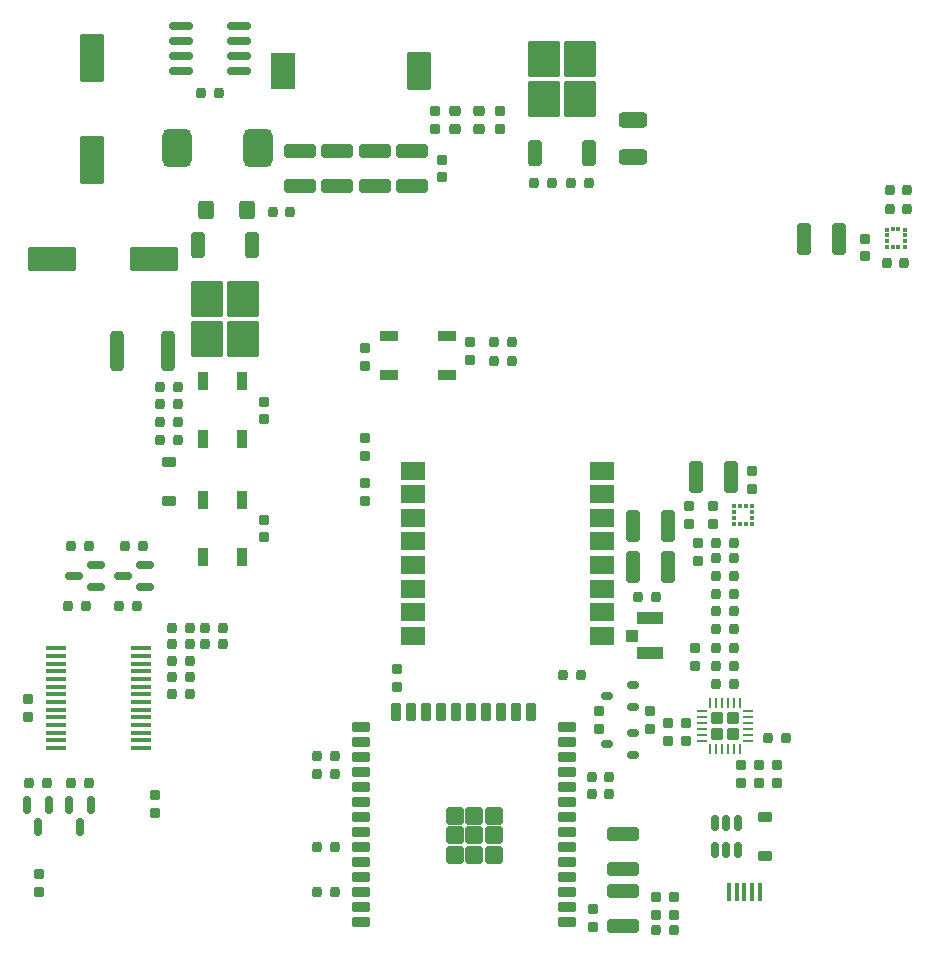
<source format=gbr>
%TF.GenerationSoftware,KiCad,Pcbnew,7.0.6*%
%TF.CreationDate,2023-08-13T13:48:50+02:00*%
%TF.ProjectId,Nice-Buoy-V1_0,4e696365-2d42-4756-9f79-2d56315f302e,rev?*%
%TF.SameCoordinates,Original*%
%TF.FileFunction,Paste,Top*%
%TF.FilePolarity,Positive*%
%FSLAX46Y46*%
G04 Gerber Fmt 4.6, Leading zero omitted, Abs format (unit mm)*
G04 Created by KiCad (PCBNEW 7.0.6) date 2023-08-13 13:48:50*
%MOMM*%
%LPD*%
G01*
G04 APERTURE LIST*
G04 Aperture macros list*
%AMRoundRect*
0 Rectangle with rounded corners*
0 $1 Rounding radius*
0 $2 $3 $4 $5 $6 $7 $8 $9 X,Y pos of 4 corners*
0 Add a 4 corners polygon primitive as box body*
4,1,4,$2,$3,$4,$5,$6,$7,$8,$9,$2,$3,0*
0 Add four circle primitives for the rounded corners*
1,1,$1+$1,$2,$3*
1,1,$1+$1,$4,$5*
1,1,$1+$1,$6,$7*
1,1,$1+$1,$8,$9*
0 Add four rect primitives between the rounded corners*
20,1,$1+$1,$2,$3,$4,$5,0*
20,1,$1+$1,$4,$5,$6,$7,0*
20,1,$1+$1,$6,$7,$8,$9,0*
20,1,$1+$1,$8,$9,$2,$3,0*%
G04 Aperture macros list end*
%ADD10RoundRect,0.200000X-0.200000X-0.250000X0.200000X-0.250000X0.200000X0.250000X-0.200000X0.250000X0*%
%ADD11RoundRect,0.200000X-0.250000X0.200000X-0.250000X-0.200000X0.250000X-0.200000X0.250000X0.200000X0*%
%ADD12RoundRect,0.200000X0.200000X0.250000X-0.200000X0.250000X-0.200000X-0.250000X0.200000X-0.250000X0*%
%ADD13RoundRect,0.225000X-0.375000X0.225000X-0.375000X-0.225000X0.375000X-0.225000X0.375000X0.225000X0*%
%ADD14RoundRect,0.250000X1.800000X0.800000X-1.800000X0.800000X-1.800000X-0.800000X1.800000X-0.800000X0*%
%ADD15RoundRect,0.200000X0.250000X-0.200000X0.250000X0.200000X-0.250000X0.200000X-0.250000X-0.200000X0*%
%ADD16RoundRect,0.250000X-0.325000X-1.100000X0.325000X-1.100000X0.325000X1.100000X-0.325000X1.100000X0*%
%ADD17R,0.900000X1.500000*%
%ADD18RoundRect,0.250000X0.800000X-1.800000X0.800000X1.800000X-0.800000X1.800000X-0.800000X-1.800000X0*%
%ADD19R,2.000000X1.500000*%
%ADD20RoundRect,0.210000X-0.840000X-1.340000X0.840000X-1.340000X0.840000X1.340000X-0.840000X1.340000X0*%
%ADD21RoundRect,0.210000X-0.840000X-1.390000X0.840000X-1.390000X0.840000X1.390000X-0.840000X1.390000X0*%
%ADD22RoundRect,0.150000X0.587500X0.150000X-0.587500X0.150000X-0.587500X-0.150000X0.587500X-0.150000X0*%
%ADD23RoundRect,0.150000X-0.150000X0.512500X-0.150000X-0.512500X0.150000X-0.512500X0.150000X0.512500X0*%
%ADD24RoundRect,0.218750X-0.256250X0.218750X-0.256250X-0.218750X0.256250X-0.218750X0.256250X0.218750X0*%
%ADD25RoundRect,0.250000X-1.100000X0.325000X-1.100000X-0.325000X1.100000X-0.325000X1.100000X0.325000X0*%
%ADD26RoundRect,0.250000X0.350000X-0.850000X0.350000X0.850000X-0.350000X0.850000X-0.350000X-0.850000X0*%
%ADD27RoundRect,0.250000X1.125000X-1.275000X1.125000X1.275000X-1.125000X1.275000X-1.125000X-1.275000X0*%
%ADD28R,1.500000X0.900000*%
%ADD29RoundRect,0.225000X0.375000X-0.225000X0.375000X0.225000X-0.375000X0.225000X-0.375000X-0.225000X0*%
%ADD30RoundRect,0.250000X0.325000X1.100000X-0.325000X1.100000X-0.325000X-1.100000X0.325000X-1.100000X0*%
%ADD31RoundRect,0.250000X-0.350000X0.850000X-0.350000X-0.850000X0.350000X-0.850000X0.350000X0.850000X0*%
%ADD32RoundRect,0.250000X-1.125000X1.275000X-1.125000X-1.275000X1.125000X-1.275000X1.125000X1.275000X0*%
%ADD33RoundRect,0.250000X-0.400000X-0.550000X0.400000X-0.550000X0.400000X0.550000X-0.400000X0.550000X0*%
%ADD34RoundRect,0.250000X0.925000X-0.400000X0.925000X0.400000X-0.925000X0.400000X-0.925000X-0.400000X0*%
%ADD35RoundRect,0.250000X0.275000X-0.275000X0.275000X0.275000X-0.275000X0.275000X-0.275000X-0.275000X0*%
%ADD36RoundRect,0.062500X0.062500X-0.350000X0.062500X0.350000X-0.062500X0.350000X-0.062500X-0.350000X0*%
%ADD37RoundRect,0.062500X0.350000X-0.062500X0.350000X0.062500X-0.350000X0.062500X-0.350000X-0.062500X0*%
%ADD38RoundRect,0.175000X0.325000X0.175000X-0.325000X0.175000X-0.325000X-0.175000X0.325000X-0.175000X0*%
%ADD39RoundRect,0.150000X-0.150000X0.587500X-0.150000X-0.587500X0.150000X-0.587500X0.150000X0.587500X0*%
%ADD40RoundRect,0.625000X0.625000X1.025000X-0.625000X1.025000X-0.625000X-1.025000X0.625000X-1.025000X0*%
%ADD41R,1.750000X0.450000*%
%ADD42R,0.350000X0.375000*%
%ADD43R,0.375000X0.350000*%
%ADD44R,1.050000X1.000000*%
%ADD45R,2.200000X1.050000*%
%ADD46R,0.450000X1.500000*%
%ADD47RoundRect,0.150000X0.825000X0.150000X-0.825000X0.150000X-0.825000X-0.150000X0.825000X-0.150000X0*%
%ADD48RoundRect,0.250000X-0.312500X-1.450000X0.312500X-1.450000X0.312500X1.450000X-0.312500X1.450000X0*%
%ADD49RoundRect,0.250000X1.100000X-0.325000X1.100000X0.325000X-1.100000X0.325000X-1.100000X-0.325000X0*%
%ADD50RoundRect,0.225000X0.525000X0.225000X-0.525000X0.225000X-0.525000X-0.225000X0.525000X-0.225000X0*%
%ADD51RoundRect,0.225000X-0.225000X0.525000X-0.225000X-0.525000X0.225000X-0.525000X0.225000X0.525000X0*%
%ADD52RoundRect,0.099705X0.622795X-0.622795X0.622795X0.622795X-0.622795X0.622795X-0.622795X-0.622795X0*%
G04 APERTURE END LIST*
D10*
%TO.C,R114*%
X126806000Y-90498000D03*
X128306000Y-90498000D03*
%TD*%
%TO.C,R113*%
X126818000Y-81608000D03*
X128318000Y-81608000D03*
%TD*%
D11*
%TO.C,C114*%
X125028000Y-90510000D03*
X125028000Y-92010000D03*
%TD*%
%TO.C,C113*%
X125282000Y-81620000D03*
X125282000Y-83120000D03*
%TD*%
D10*
%TO.C,R120*%
X126818000Y-92022000D03*
X128318000Y-92022000D03*
%TD*%
D12*
%TO.C,R119*%
X128318000Y-85926000D03*
X126818000Y-85926000D03*
%TD*%
D11*
%TO.C,C803*%
X126552000Y-78523000D03*
X126552000Y-80023000D03*
%TD*%
%TO.C,C108*%
X116392000Y-112608000D03*
X116392000Y-114108000D03*
%TD*%
D13*
%TO.C,D101*%
X130970000Y-104850000D03*
X130970000Y-108150000D03*
%TD*%
D14*
%TO.C,C201*%
X79186000Y-57536000D03*
X70586000Y-57536000D03*
%TD*%
D10*
%TO.C,R111*%
X93036000Y-99642000D03*
X94536000Y-99642000D03*
%TD*%
D15*
%TO.C,R104*%
X123250000Y-113092000D03*
X123250000Y-111592000D03*
%TD*%
D10*
%TO.C,R110*%
X93036000Y-111173600D03*
X94536000Y-111173600D03*
%TD*%
%TO.C,C303*%
X141247000Y-57935200D03*
X142747000Y-57935200D03*
%TD*%
D16*
%TO.C,C802*%
X125077000Y-76020000D03*
X128027000Y-76020000D03*
%TD*%
D17*
%TO.C,D103*%
X86660000Y-77940000D03*
X83360000Y-77940000D03*
X83360000Y-82840000D03*
X86660000Y-82840000D03*
%TD*%
D18*
%TO.C,C202*%
X73969000Y-49196000D03*
X73969000Y-40596000D03*
%TD*%
D16*
%TO.C,C602*%
X119743000Y-83640000D03*
X122693000Y-83640000D03*
%TD*%
D10*
%TO.C,R109*%
X93036000Y-107389000D03*
X94536000Y-107389000D03*
%TD*%
%TO.C,R705*%
X80760000Y-91590000D03*
X82260000Y-91590000D03*
%TD*%
D19*
%TO.C,U601*%
X117154000Y-89482000D03*
X117154000Y-87482000D03*
X117154000Y-85482000D03*
X117154000Y-83482000D03*
X117154000Y-81482000D03*
X117154000Y-79482000D03*
X117154000Y-77482000D03*
X117154000Y-75482000D03*
X101154000Y-75482000D03*
X101154000Y-77482000D03*
X101154000Y-79482000D03*
X101154000Y-81482000D03*
X101154000Y-83482000D03*
X101154000Y-85482000D03*
X101154000Y-87482000D03*
X101154000Y-89482000D03*
%TD*%
D10*
%TO.C,R701*%
X80760000Y-90190000D03*
X82260000Y-90190000D03*
%TD*%
%TO.C,R112*%
X93036000Y-101166000D03*
X94536000Y-101166000D03*
%TD*%
D20*
%TO.C,L201*%
X90139000Y-41656000D03*
D21*
X101639000Y-41656000D03*
%TD*%
D15*
%TO.C,C801*%
X129854000Y-77024000D03*
X129854000Y-75524000D03*
%TD*%
D10*
%TO.C,R118*%
X128306000Y-82878000D03*
X126806000Y-82878000D03*
%TD*%
D22*
%TO.C,Q702*%
X74325000Y-85352000D03*
X74325000Y-83452000D03*
X72450000Y-84402000D03*
%TD*%
D11*
%TO.C,R121*%
X97088000Y-65110000D03*
X97088000Y-66610000D03*
%TD*%
D23*
%TO.C,U101*%
X128618000Y-105362500D03*
X127668000Y-105362500D03*
X126718000Y-105362500D03*
X126718000Y-107637500D03*
X127668000Y-107637500D03*
X128618000Y-107637500D03*
%TD*%
D22*
%TO.C,Q703*%
X78467500Y-85352000D03*
X78467500Y-83452000D03*
X76592500Y-84402000D03*
%TD*%
D10*
%TO.C,D702*%
X83560000Y-88790000D03*
X85060000Y-88790000D03*
%TD*%
D24*
%TO.C,D202*%
X104729000Y-45018500D03*
X104729000Y-46593500D03*
%TD*%
D10*
%TO.C,C603*%
X113864000Y-92784000D03*
X115364000Y-92784000D03*
%TD*%
D25*
%TO.C,C208*%
X101089000Y-48436000D03*
X101089000Y-51386000D03*
%TD*%
D12*
%TO.C,C702*%
X121714000Y-86180000D03*
X120214000Y-86180000D03*
%TD*%
D26*
%TO.C,U201*%
X111503000Y-48641000D03*
D27*
X112258000Y-44016000D03*
X115308000Y-44016000D03*
X112258000Y-40666000D03*
X115308000Y-40666000D03*
D26*
X116063000Y-48641000D03*
%TD*%
D15*
%TO.C,R401*%
X97088000Y-74242000D03*
X97088000Y-72742000D03*
%TD*%
D28*
%TO.C,D105*%
X99083000Y-64083000D03*
X99083000Y-67383000D03*
X103983000Y-67383000D03*
X103983000Y-64083000D03*
%TD*%
D11*
%TO.C,C112*%
X88510000Y-79640000D03*
X88510000Y-81140000D03*
%TD*%
D29*
%TO.C,D703*%
X80510000Y-78040000D03*
X80510000Y-74740000D03*
%TD*%
D11*
%TO.C,R711*%
X69510000Y-109640000D03*
X69510000Y-111140000D03*
%TD*%
D12*
%TO.C,R716*%
X81260000Y-71390000D03*
X79760000Y-71390000D03*
%TD*%
D30*
%TO.C,C302*%
X137172800Y-55852400D03*
X134222800Y-55852400D03*
%TD*%
D17*
%TO.C,D104*%
X86660000Y-67940000D03*
X83360000Y-67940000D03*
X83360000Y-72840000D03*
X86660000Y-72840000D03*
%TD*%
D12*
%TO.C,R706*%
X73708000Y-101928000D03*
X72208000Y-101928000D03*
%TD*%
D15*
%TO.C,R203*%
X108479000Y-46556000D03*
X108479000Y-45056000D03*
%TD*%
D16*
%TO.C,C601*%
X119743000Y-80140000D03*
X122693000Y-80140000D03*
%TD*%
D11*
%TO.C,C211*%
X103629000Y-49161000D03*
X103629000Y-50661000D03*
%TD*%
%TO.C,R103*%
X99755000Y-92288000D03*
X99755000Y-93788000D03*
%TD*%
D31*
%TO.C,Q201*%
X87540000Y-56356000D03*
D32*
X86785000Y-60981000D03*
X83735000Y-60981000D03*
X86785000Y-64331000D03*
X83735000Y-64331000D03*
D31*
X82980000Y-56356000D03*
%TD*%
D12*
%TO.C,R115*%
X128306000Y-87414000D03*
X126806000Y-87414000D03*
%TD*%
%TO.C,D102*%
X117760000Y-101390000D03*
X116260000Y-101390000D03*
%TD*%
D33*
%TO.C,D201*%
X83610000Y-53390000D03*
X87110000Y-53390000D03*
%TD*%
D10*
%TO.C,R703*%
X80760000Y-94390000D03*
X82260000Y-94390000D03*
%TD*%
%TO.C,R108*%
X116260000Y-102890000D03*
X117760000Y-102890000D03*
%TD*%
D12*
%TO.C,C205*%
X116063000Y-51181000D03*
X114563000Y-51181000D03*
%TD*%
D25*
%TO.C,C207*%
X91564000Y-48436000D03*
X91564000Y-51386000D03*
%TD*%
D12*
%TO.C,R714*%
X81260000Y-69890000D03*
X79760000Y-69890000D03*
%TD*%
D34*
%TO.C,C206*%
X119758000Y-48921000D03*
X119758000Y-45821000D03*
%TD*%
D12*
%TO.C,R713*%
X78280000Y-81862000D03*
X76780000Y-81862000D03*
%TD*%
D11*
%TO.C,C304*%
X139408000Y-55841200D03*
X139408000Y-57341200D03*
%TD*%
D35*
%TO.C,U102*%
X126906000Y-97752000D03*
X128206000Y-97752000D03*
X126906000Y-96452000D03*
X128206000Y-96452000D03*
D36*
X126306000Y-99039500D03*
X126806000Y-99039500D03*
X127306000Y-99039500D03*
X127806000Y-99039500D03*
X128306000Y-99039500D03*
X128806000Y-99039500D03*
D37*
X129493500Y-98352000D03*
X129493500Y-97852000D03*
X129493500Y-97352000D03*
X129493500Y-96852000D03*
X129493500Y-96352000D03*
X129493500Y-95852000D03*
D36*
X128806000Y-95164500D03*
X128306000Y-95164500D03*
X127806000Y-95164500D03*
X127306000Y-95164500D03*
X126806000Y-95164500D03*
X126306000Y-95164500D03*
D37*
X125618500Y-95852000D03*
X125618500Y-96352000D03*
X125618500Y-96852000D03*
X125618500Y-97352000D03*
X125618500Y-97852000D03*
X125618500Y-98352000D03*
%TD*%
D10*
%TO.C,R710*%
X68652000Y-101928000D03*
X70152000Y-101928000D03*
%TD*%
D24*
%TO.C,D203*%
X106729000Y-45018500D03*
X106729000Y-46593500D03*
%TD*%
D38*
%TO.C,Q102*%
X119778000Y-99576000D03*
X119778000Y-97676000D03*
X117578000Y-98626000D03*
%TD*%
D12*
%TO.C,R201*%
X90760000Y-53556000D03*
X89260000Y-53556000D03*
%TD*%
D39*
%TO.C,Q701*%
X73908000Y-103784500D03*
X72008000Y-103784500D03*
X72958000Y-105659500D03*
%TD*%
D15*
%TO.C,C102*%
X128938000Y-101916000D03*
X128938000Y-100416000D03*
%TD*%
D11*
%TO.C,R402*%
X97088000Y-76540000D03*
X97088000Y-78040000D03*
%TD*%
D10*
%TO.C,R116*%
X126806000Y-88938000D03*
X128306000Y-88938000D03*
%TD*%
%TO.C,R707*%
X71966000Y-86942000D03*
X73466000Y-86942000D03*
%TD*%
D40*
%TO.C,D204*%
X87979000Y-48196000D03*
X81179000Y-48196000D03*
%TD*%
D10*
%TO.C,R702*%
X80760000Y-88790000D03*
X82260000Y-88790000D03*
%TD*%
D41*
%TO.C,U701*%
X70910000Y-90540000D03*
X70910000Y-91190000D03*
X70910000Y-91840000D03*
X70910000Y-92490000D03*
X70910000Y-93140000D03*
X70910000Y-93790000D03*
X70910000Y-94440000D03*
X70910000Y-95090000D03*
X70910000Y-95740000D03*
X70910000Y-96390000D03*
X70910000Y-97040000D03*
X70910000Y-97690000D03*
X70910000Y-98340000D03*
X70910000Y-98990000D03*
X78110000Y-98990000D03*
X78110000Y-98340000D03*
X78110000Y-97690000D03*
X78110000Y-97040000D03*
X78110000Y-96390000D03*
X78110000Y-95740000D03*
X78110000Y-95090000D03*
X78110000Y-94440000D03*
X78110000Y-93790000D03*
X78110000Y-93140000D03*
X78110000Y-92490000D03*
X78110000Y-91840000D03*
X78110000Y-91190000D03*
X78110000Y-90540000D03*
%TD*%
D25*
%TO.C,C209*%
X97914000Y-48436000D03*
X97914000Y-51386000D03*
%TD*%
D12*
%TO.C,C502*%
X109510000Y-66233500D03*
X108010000Y-66233500D03*
%TD*%
D42*
%TO.C,U801*%
X128842000Y-78510500D03*
X129342000Y-78510500D03*
D43*
X129854500Y-78523000D03*
X129854500Y-79023000D03*
X129854500Y-79523000D03*
X129854500Y-80023000D03*
D42*
X129342000Y-80035500D03*
X128842000Y-80035500D03*
D43*
X128329500Y-80023000D03*
X128329500Y-79523000D03*
X128329500Y-79023000D03*
X128329500Y-78523000D03*
%TD*%
D12*
%TO.C,R117*%
X128306000Y-84402000D03*
X126806000Y-84402000D03*
%TD*%
D11*
%TO.C,C701*%
X68510000Y-94840000D03*
X68510000Y-96340000D03*
%TD*%
D10*
%TO.C,C301*%
X141489000Y-53312400D03*
X142989000Y-53312400D03*
%TD*%
D11*
%TO.C,R101*%
X116900000Y-95844000D03*
X116900000Y-97344000D03*
%TD*%
D38*
%TO.C,Q101*%
X119778000Y-95512000D03*
X119778000Y-93612000D03*
X117578000Y-94562000D03*
%TD*%
D15*
%TO.C,R708*%
X79308000Y-104456000D03*
X79308000Y-102956000D03*
%TD*%
D10*
%TO.C,D701*%
X83560000Y-90190000D03*
X85060000Y-90190000D03*
%TD*%
D12*
%TO.C,C105*%
X128306000Y-93546000D03*
X126806000Y-93546000D03*
%TD*%
D11*
%TO.C,C901*%
X106010000Y-64640000D03*
X106010000Y-66140000D03*
%TD*%
D12*
%TO.C,C703*%
X81260000Y-72890000D03*
X79760000Y-72890000D03*
%TD*%
%TO.C,R712*%
X73708000Y-81862000D03*
X72208000Y-81862000D03*
%TD*%
D11*
%TO.C,C115*%
X88510000Y-69640000D03*
X88510000Y-71140000D03*
%TD*%
D10*
%TO.C,R704*%
X80760000Y-92990000D03*
X82260000Y-92990000D03*
%TD*%
D12*
%TO.C,C101*%
X132736000Y-98118000D03*
X131236000Y-98118000D03*
%TD*%
D44*
%TO.C,J601*%
X119660000Y-89482000D03*
D45*
X121185000Y-88007000D03*
X121185000Y-90957000D03*
%TD*%
D10*
%TO.C,R709*%
X76272000Y-86942000D03*
X77772000Y-86942000D03*
%TD*%
%TO.C,C203*%
X111388000Y-51181000D03*
X112888000Y-51181000D03*
%TD*%
D12*
%TO.C,C501*%
X109510000Y-64582500D03*
X108010000Y-64582500D03*
%TD*%
D46*
%TO.C,J101*%
X127910000Y-111140000D03*
X128560000Y-111140000D03*
X129210000Y-111140000D03*
X129860000Y-111140000D03*
X130510000Y-111140000D03*
%TD*%
D15*
%TO.C,C104*%
X130462000Y-101916000D03*
X130462000Y-100416000D03*
%TD*%
D11*
%TO.C,C109*%
X121726000Y-111592000D03*
X121726000Y-113092000D03*
%TD*%
D15*
%TO.C,R202*%
X102979000Y-46556000D03*
X102979000Y-45056000D03*
%TD*%
D47*
%TO.C,U202*%
X86419000Y-41656000D03*
X86419000Y-40386000D03*
X86419000Y-39116000D03*
X86419000Y-37846000D03*
X81469000Y-37846000D03*
X81469000Y-39116000D03*
X81469000Y-40386000D03*
X81469000Y-41656000D03*
%TD*%
D15*
%TO.C,R106*%
X122742000Y-98360000D03*
X122742000Y-96860000D03*
%TD*%
D39*
%TO.C,Q704*%
X70352000Y-103784500D03*
X68452000Y-103784500D03*
X69402000Y-105659500D03*
%TD*%
D25*
%TO.C,C107*%
X118932000Y-111121000D03*
X118932000Y-114071000D03*
%TD*%
%TO.C,C210*%
X94739000Y-48436000D03*
X94739000Y-51386000D03*
%TD*%
D15*
%TO.C,R102*%
X121218000Y-97344000D03*
X121218000Y-95844000D03*
%TD*%
D48*
%TO.C,F203*%
X76122500Y-65390000D03*
X80397500Y-65390000D03*
%TD*%
D49*
%TO.C,C106*%
X118932000Y-109196000D03*
X118932000Y-106246000D03*
%TD*%
D15*
%TO.C,R105*%
X131986000Y-101916000D03*
X131986000Y-100416000D03*
%TD*%
D43*
%TO.C,U301*%
X141234500Y-55083200D03*
X141234500Y-55583200D03*
X141234500Y-56083200D03*
X141234500Y-56583200D03*
D42*
X141747000Y-56595700D03*
X142247000Y-56595700D03*
D43*
X142759500Y-56583200D03*
X142759500Y-56083200D03*
X142759500Y-55583200D03*
X142759500Y-55083200D03*
D42*
X142247000Y-55070700D03*
X141747000Y-55070700D03*
%TD*%
D10*
%TO.C,R715*%
X79760000Y-68390000D03*
X81260000Y-68390000D03*
%TD*%
%TO.C,C111*%
X141489000Y-51739400D03*
X142989000Y-51739400D03*
%TD*%
D11*
%TO.C,C110*%
X124520000Y-78523000D03*
X124520000Y-80023000D03*
%TD*%
D12*
%TO.C,C204*%
X84694000Y-43561000D03*
X83194000Y-43561000D03*
%TD*%
%TO.C,C103*%
X123226000Y-114374000D03*
X121726000Y-114374000D03*
%TD*%
D15*
%TO.C,R107*%
X124266000Y-98360000D03*
X124266000Y-96860000D03*
%TD*%
D50*
%TO.C,U103*%
X96710000Y-113723000D03*
X96710000Y-112453000D03*
X96710000Y-111183000D03*
X96710000Y-109913000D03*
X96710000Y-108643000D03*
X96710000Y-107373000D03*
X96710000Y-106103000D03*
X96710000Y-104833000D03*
X96710000Y-103563000D03*
X96710000Y-102293000D03*
X96710000Y-101023000D03*
X96710000Y-99753000D03*
X96710000Y-98483000D03*
X96710000Y-97213000D03*
D51*
X99745000Y-95963000D03*
X101015000Y-95963000D03*
X102285000Y-95963000D03*
X103555000Y-95963000D03*
X104825000Y-95963000D03*
X106095000Y-95963000D03*
X107365000Y-95963000D03*
X108635000Y-95963000D03*
X109905000Y-95963000D03*
X111175000Y-95963000D03*
D50*
X114210000Y-97213000D03*
X114210000Y-98483000D03*
X114210000Y-99753000D03*
X114210000Y-101023000D03*
X114210000Y-102293000D03*
X114210000Y-103563000D03*
X114210000Y-104833000D03*
X114210000Y-106103000D03*
X114210000Y-107373000D03*
X114210000Y-108643000D03*
X114210000Y-109913000D03*
X114210000Y-111183000D03*
X114210000Y-112453000D03*
X114210000Y-113723000D03*
D52*
X104660000Y-104718000D03*
X104660000Y-106378000D03*
X104660000Y-108038000D03*
X106320000Y-104718000D03*
X106320000Y-106378000D03*
X106320000Y-108038000D03*
X107980000Y-104718000D03*
X107980000Y-106378000D03*
X107980000Y-108038000D03*
%TD*%
M02*

</source>
